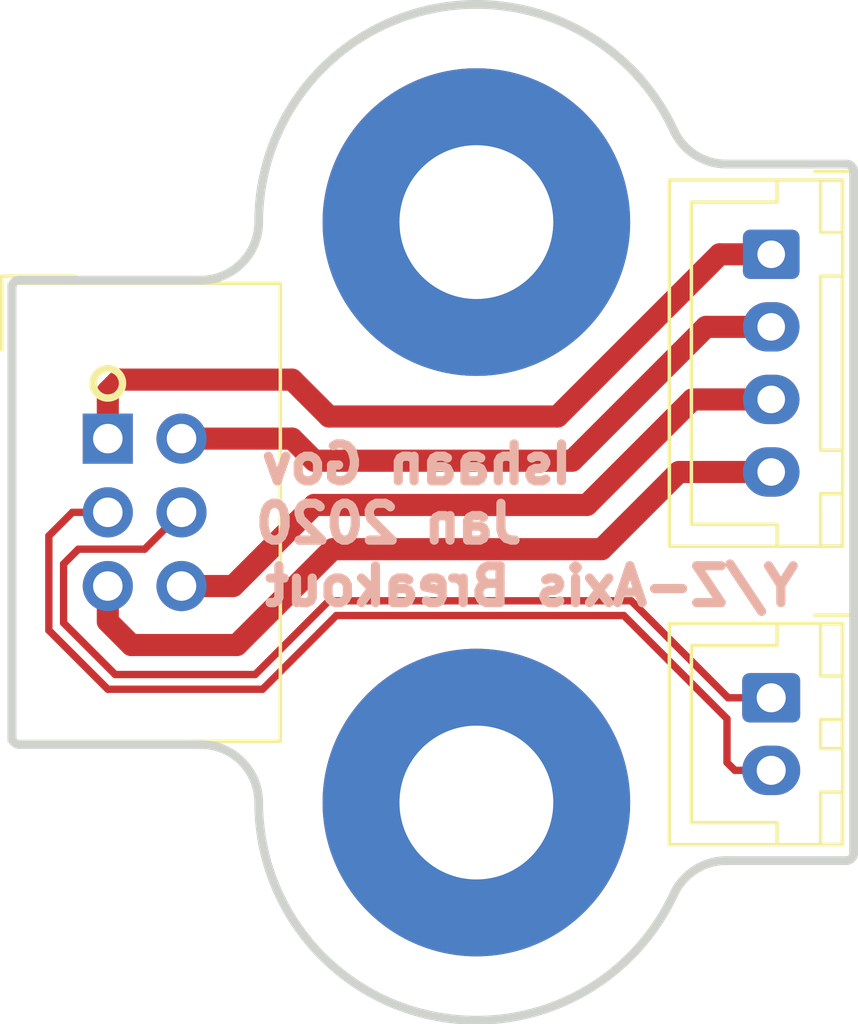
<source format=kicad_pcb>
(kicad_pcb (version 20171130) (host pcbnew "(5.1.4)-1")

  (general
    (thickness 1.6)
    (drawings 19)
    (tracks 45)
    (zones 0)
    (modules 5)
    (nets 7)
  )

  (page A4)
  (layers
    (0 F.Cu signal)
    (31 B.Cu signal)
    (32 B.Adhes user)
    (33 F.Adhes user)
    (34 B.Paste user)
    (35 F.Paste user)
    (36 B.SilkS user)
    (37 F.SilkS user)
    (38 B.Mask user)
    (39 F.Mask user)
    (40 Dwgs.User user)
    (41 Cmts.User user)
    (42 Eco1.User user)
    (43 Eco2.User user)
    (44 Edge.Cuts user)
    (45 Margin user)
    (46 B.CrtYd user)
    (47 F.CrtYd user)
    (48 B.Fab user)
    (49 F.Fab user)
  )

  (setup
    (last_trace_width 0.25)
    (user_trace_width 0.254)
    (user_trace_width 0.3048)
    (user_trace_width 0.381)
    (user_trace_width 0.4572)
    (user_trace_width 0.508)
    (user_trace_width 0.635)
    (user_trace_width 0.762)
    (user_trace_width 1.016)
    (user_trace_width 1.27)
    (trace_clearance 0.2)
    (zone_clearance 0.508)
    (zone_45_only no)
    (trace_min 0.127)
    (via_size 0.8)
    (via_drill 0.4)
    (via_min_size 0.635)
    (via_min_drill 0.3)
    (uvia_size 0.3)
    (uvia_drill 0.1)
    (uvias_allowed no)
    (uvia_min_size 0.2)
    (uvia_min_drill 0.1)
    (edge_width 0.05)
    (segment_width 0.2)
    (pcb_text_width 0.3)
    (pcb_text_size 1.5 1.5)
    (mod_edge_width 0.12)
    (mod_text_size 1 1)
    (mod_text_width 0.15)
    (pad_size 1.524 1.524)
    (pad_drill 0.762)
    (pad_to_mask_clearance 0.0508)
    (solder_mask_min_width 0.0508)
    (aux_axis_origin 145 105)
    (grid_origin 145 105)
    (visible_elements 7FFFFFFF)
    (pcbplotparams
      (layerselection 0x010fc_ffffffff)
      (usegerberextensions false)
      (usegerberattributes false)
      (usegerberadvancedattributes false)
      (creategerberjobfile false)
      (excludeedgelayer true)
      (linewidth 0.100000)
      (plotframeref false)
      (viasonmask false)
      (mode 1)
      (useauxorigin true)
      (hpglpennumber 1)
      (hpglpenspeed 20)
      (hpglpendiameter 15.000000)
      (psnegative false)
      (psa4output false)
      (plotreference false)
      (plotvalue false)
      (plotinvisibletext false)
      (padsonsilk false)
      (subtractmaskfromsilk true)
      (outputformat 1)
      (mirror false)
      (drillshape 0)
      (scaleselection 1)
      (outputdirectory "Y-Z Stop Breakout Gerbers - 3-27-1603/"))
  )

  (net 0 "")
  (net 1 "Net-(J1-Pad6)")
  (net 2 "Net-(J1-Pad5)")
  (net 3 "Net-(J1-Pad4)")
  (net 4 "Net-(J1-Pad3)")
  (net 5 "Net-(J1-Pad2)")
  (net 6 "Net-(J1-Pad1)")

  (net_class Default "This is the default net class."
    (clearance 0.2)
    (trace_width 0.25)
    (via_dia 0.8)
    (via_drill 0.4)
    (uvia_dia 0.3)
    (uvia_drill 0.1)
    (add_net "Net-(J1-Pad1)")
    (add_net "Net-(J1-Pad2)")
    (add_net "Net-(J1-Pad3)")
    (add_net "Net-(J1-Pad4)")
    (add_net "Net-(J1-Pad5)")
    (add_net "Net-(J1-Pad6)")
  )

  (module Connector_JST:JST_XH_B2B-XH-A_1x02_P2.50mm_Vertical (layer F.Cu) (tedit 5C28146C) (tstamp 5E2E28D0)
    (at 155.16 111.39 270)
    (descr "JST XH series connector, B2B-XH-A (http://www.jst-mfg.com/product/pdf/eng/eXH.pdf), generated with kicad-footprint-generator")
    (tags "connector JST XH vertical")
    (path /5E2EA8CC)
    (fp_text reference J3 (at 1.25 -3.55 90) (layer F.SilkS) hide
      (effects (font (size 1 1) (thickness 0.15)))
    )
    (fp_text value Conn_01x02 (at 1.25 4.6 90) (layer F.Fab) hide
      (effects (font (size 1 1) (thickness 0.15)))
    )
    (fp_text user %R (at 1.25 2.7 90) (layer F.Fab) hide
      (effects (font (size 1 1) (thickness 0.15)))
    )
    (fp_line (start -2.85 -2.75) (end -2.85 -1.5) (layer F.SilkS) (width 0.12))
    (fp_line (start -1.6 -2.75) (end -2.85 -2.75) (layer F.SilkS) (width 0.12))
    (fp_line (start 4.3 2.75) (end 1.25 2.75) (layer F.SilkS) (width 0.12))
    (fp_line (start 4.3 -0.2) (end 4.3 2.75) (layer F.SilkS) (width 0.12))
    (fp_line (start 5.05 -0.2) (end 4.3 -0.2) (layer F.SilkS) (width 0.12))
    (fp_line (start -1.8 2.75) (end 1.25 2.75) (layer F.SilkS) (width 0.12))
    (fp_line (start -1.8 -0.2) (end -1.8 2.75) (layer F.SilkS) (width 0.12))
    (fp_line (start -2.55 -0.2) (end -1.8 -0.2) (layer F.SilkS) (width 0.12))
    (fp_line (start 5.05 -2.45) (end 3.25 -2.45) (layer F.SilkS) (width 0.12))
    (fp_line (start 5.05 -1.7) (end 5.05 -2.45) (layer F.SilkS) (width 0.12))
    (fp_line (start 3.25 -1.7) (end 5.05 -1.7) (layer F.SilkS) (width 0.12))
    (fp_line (start 3.25 -2.45) (end 3.25 -1.7) (layer F.SilkS) (width 0.12))
    (fp_line (start -0.75 -2.45) (end -2.55 -2.45) (layer F.SilkS) (width 0.12))
    (fp_line (start -0.75 -1.7) (end -0.75 -2.45) (layer F.SilkS) (width 0.12))
    (fp_line (start -2.55 -1.7) (end -0.75 -1.7) (layer F.SilkS) (width 0.12))
    (fp_line (start -2.55 -2.45) (end -2.55 -1.7) (layer F.SilkS) (width 0.12))
    (fp_line (start 1.75 -2.45) (end 0.75 -2.45) (layer F.SilkS) (width 0.12))
    (fp_line (start 1.75 -1.7) (end 1.75 -2.45) (layer F.SilkS) (width 0.12))
    (fp_line (start 0.75 -1.7) (end 1.75 -1.7) (layer F.SilkS) (width 0.12))
    (fp_line (start 0.75 -2.45) (end 0.75 -1.7) (layer F.SilkS) (width 0.12))
    (fp_line (start 0 -1.35) (end 0.625 -2.35) (layer F.Fab) (width 0.1))
    (fp_line (start -0.625 -2.35) (end 0 -1.35) (layer F.Fab) (width 0.1))
    (fp_line (start 5.45 -2.85) (end -2.95 -2.85) (layer F.CrtYd) (width 0.05))
    (fp_line (start 5.45 3.9) (end 5.45 -2.85) (layer F.CrtYd) (width 0.05))
    (fp_line (start -2.95 3.9) (end 5.45 3.9) (layer F.CrtYd) (width 0.05))
    (fp_line (start -2.95 -2.85) (end -2.95 3.9) (layer F.CrtYd) (width 0.05))
    (fp_line (start 5.06 -2.46) (end -2.56 -2.46) (layer F.SilkS) (width 0.12))
    (fp_line (start 5.06 3.51) (end 5.06 -2.46) (layer F.SilkS) (width 0.12))
    (fp_line (start -2.56 3.51) (end 5.06 3.51) (layer F.SilkS) (width 0.12))
    (fp_line (start -2.56 -2.46) (end -2.56 3.51) (layer F.SilkS) (width 0.12))
    (fp_line (start 4.95 -2.35) (end -2.45 -2.35) (layer F.Fab) (width 0.1))
    (fp_line (start 4.95 3.4) (end 4.95 -2.35) (layer F.Fab) (width 0.1))
    (fp_line (start -2.45 3.4) (end 4.95 3.4) (layer F.Fab) (width 0.1))
    (fp_line (start -2.45 -2.35) (end -2.45 3.4) (layer F.Fab) (width 0.1))
    (pad 2 thru_hole oval (at 2.5 0 270) (size 1.7 2) (drill 1) (layers *.Cu *.Mask)
      (net 4 "Net-(J1-Pad3)"))
    (pad 1 thru_hole roundrect (at 0 0 270) (size 1.7 2) (drill 1) (layers *.Cu *.Mask) (roundrect_rratio 0.147059)
      (net 3 "Net-(J1-Pad4)"))
    (model ${KISYS3DMOD}/Connector_JST.3dshapes/JST_XH_B2B-XH-A_1x02_P2.50mm_Vertical.wrl
      (at (xyz 0 0 0))
      (scale (xyz 1 1 1))
      (rotate (xyz 0 0 0))
    )
  )

  (module Connector_JST:JST_XH_B4B-XH-A_1x04_P2.50mm_Vertical (layer F.Cu) (tedit 5C28146C) (tstamp 5E2E28A7)
    (at 155.16 96.11 270)
    (descr "JST XH series connector, B4B-XH-A (http://www.jst-mfg.com/product/pdf/eng/eXH.pdf), generated with kicad-footprint-generator")
    (tags "connector JST XH vertical")
    (path /5E2E995A)
    (fp_text reference J2 (at 3.75 -3.55 90) (layer F.SilkS) hide
      (effects (font (size 1 1) (thickness 0.15)))
    )
    (fp_text value Conn_01x04 (at 3.75 4.6 90) (layer F.Fab) hide
      (effects (font (size 1 1) (thickness 0.15)))
    )
    (fp_text user %R (at 3.75 2.7 90) (layer F.Fab) hide
      (effects (font (size 1 1) (thickness 0.15)))
    )
    (fp_line (start -2.85 -2.75) (end -2.85 -1.5) (layer F.SilkS) (width 0.12))
    (fp_line (start -1.6 -2.75) (end -2.85 -2.75) (layer F.SilkS) (width 0.12))
    (fp_line (start 9.3 2.75) (end 3.75 2.75) (layer F.SilkS) (width 0.12))
    (fp_line (start 9.3 -0.2) (end 9.3 2.75) (layer F.SilkS) (width 0.12))
    (fp_line (start 10.05 -0.2) (end 9.3 -0.2) (layer F.SilkS) (width 0.12))
    (fp_line (start -1.8 2.75) (end 3.75 2.75) (layer F.SilkS) (width 0.12))
    (fp_line (start -1.8 -0.2) (end -1.8 2.75) (layer F.SilkS) (width 0.12))
    (fp_line (start -2.55 -0.2) (end -1.8 -0.2) (layer F.SilkS) (width 0.12))
    (fp_line (start 10.05 -2.45) (end 8.25 -2.45) (layer F.SilkS) (width 0.12))
    (fp_line (start 10.05 -1.7) (end 10.05 -2.45) (layer F.SilkS) (width 0.12))
    (fp_line (start 8.25 -1.7) (end 10.05 -1.7) (layer F.SilkS) (width 0.12))
    (fp_line (start 8.25 -2.45) (end 8.25 -1.7) (layer F.SilkS) (width 0.12))
    (fp_line (start -0.75 -2.45) (end -2.55 -2.45) (layer F.SilkS) (width 0.12))
    (fp_line (start -0.75 -1.7) (end -0.75 -2.45) (layer F.SilkS) (width 0.12))
    (fp_line (start -2.55 -1.7) (end -0.75 -1.7) (layer F.SilkS) (width 0.12))
    (fp_line (start -2.55 -2.45) (end -2.55 -1.7) (layer F.SilkS) (width 0.12))
    (fp_line (start 6.75 -2.45) (end 0.75 -2.45) (layer F.SilkS) (width 0.12))
    (fp_line (start 6.75 -1.7) (end 6.75 -2.45) (layer F.SilkS) (width 0.12))
    (fp_line (start 0.75 -1.7) (end 6.75 -1.7) (layer F.SilkS) (width 0.12))
    (fp_line (start 0.75 -2.45) (end 0.75 -1.7) (layer F.SilkS) (width 0.12))
    (fp_line (start 0 -1.35) (end 0.625 -2.35) (layer F.Fab) (width 0.1))
    (fp_line (start -0.625 -2.35) (end 0 -1.35) (layer F.Fab) (width 0.1))
    (fp_line (start 10.45 -2.85) (end -2.95 -2.85) (layer F.CrtYd) (width 0.05))
    (fp_line (start 10.45 3.9) (end 10.45 -2.85) (layer F.CrtYd) (width 0.05))
    (fp_line (start -2.95 3.9) (end 10.45 3.9) (layer F.CrtYd) (width 0.05))
    (fp_line (start -2.95 -2.85) (end -2.95 3.9) (layer F.CrtYd) (width 0.05))
    (fp_line (start 10.06 -2.46) (end -2.56 -2.46) (layer F.SilkS) (width 0.12))
    (fp_line (start 10.06 3.51) (end 10.06 -2.46) (layer F.SilkS) (width 0.12))
    (fp_line (start -2.56 3.51) (end 10.06 3.51) (layer F.SilkS) (width 0.12))
    (fp_line (start -2.56 -2.46) (end -2.56 3.51) (layer F.SilkS) (width 0.12))
    (fp_line (start 9.95 -2.35) (end -2.45 -2.35) (layer F.Fab) (width 0.1))
    (fp_line (start 9.95 3.4) (end 9.95 -2.35) (layer F.Fab) (width 0.1))
    (fp_line (start -2.45 3.4) (end 9.95 3.4) (layer F.Fab) (width 0.1))
    (fp_line (start -2.45 -2.35) (end -2.45 3.4) (layer F.Fab) (width 0.1))
    (pad 4 thru_hole oval (at 7.5 0 270) (size 1.7 1.95) (drill 0.95) (layers *.Cu *.Mask)
      (net 2 "Net-(J1-Pad5)"))
    (pad 3 thru_hole oval (at 5 0 270) (size 1.7 1.95) (drill 0.95) (layers *.Cu *.Mask)
      (net 1 "Net-(J1-Pad6)"))
    (pad 2 thru_hole oval (at 2.5 0 270) (size 1.7 1.95) (drill 0.95) (layers *.Cu *.Mask)
      (net 5 "Net-(J1-Pad2)"))
    (pad 1 thru_hole roundrect (at 0 0 270) (size 1.7 1.95) (drill 0.95) (layers *.Cu *.Mask) (roundrect_rratio 0.147059)
      (net 6 "Net-(J1-Pad1)"))
    (model ${KISYS3DMOD}/Connector_JST.3dshapes/JST_XH_B4B-XH-A_1x04_P2.50mm_Vertical.wrl
      (at (xyz 0 0 0))
      (scale (xyz 1 1 1))
      (rotate (xyz 0 0 0))
    )
  )

  (module Connector_IDC:IDC-Header_2x03_P2.54mm_Vertical (layer F.Cu) (tedit 59DE0819) (tstamp 5E2E287C)
    (at 132.3 102.46)
    (descr "Through hole straight IDC box header, 2x03, 2.54mm pitch, double rows")
    (tags "Through hole IDC box header THT 2x03 2.54mm double row")
    (path /5E2E924A)
    (fp_text reference J1 (at 1.27 -6.604) (layer F.SilkS) hide
      (effects (font (size 1 1) (thickness 0.15)))
    )
    (fp_text value Conn_02x03_Odd_Even (at 1.27 11.684) (layer F.Fab) hide
      (effects (font (size 1 1) (thickness 0.15)))
    )
    (fp_line (start -3.655 -5.6) (end -1.115 -5.6) (layer F.SilkS) (width 0.12))
    (fp_line (start -3.655 -5.6) (end -3.655 -3.06) (layer F.SilkS) (width 0.12))
    (fp_line (start -3.405 -5.35) (end 5.945 -5.35) (layer F.SilkS) (width 0.12))
    (fp_line (start -3.405 10.43) (end -3.405 -5.35) (layer F.SilkS) (width 0.12))
    (fp_line (start 5.945 10.43) (end -3.405 10.43) (layer F.SilkS) (width 0.12))
    (fp_line (start 5.945 -5.35) (end 5.945 10.43) (layer F.SilkS) (width 0.12))
    (fp_line (start -3.41 -5.35) (end 5.95 -5.35) (layer F.CrtYd) (width 0.05))
    (fp_line (start -3.41 10.43) (end -3.41 -5.35) (layer F.CrtYd) (width 0.05))
    (fp_line (start 5.95 10.43) (end -3.41 10.43) (layer F.CrtYd) (width 0.05))
    (fp_line (start 5.95 -5.35) (end 5.95 10.43) (layer F.CrtYd) (width 0.05))
    (fp_line (start -3.155 10.18) (end -2.605 9.62) (layer F.Fab) (width 0.1))
    (fp_line (start -3.155 -5.1) (end -2.605 -4.56) (layer F.Fab) (width 0.1))
    (fp_line (start 5.695 10.18) (end 5.145 9.62) (layer F.Fab) (width 0.1))
    (fp_line (start 5.695 -5.1) (end 5.145 -4.56) (layer F.Fab) (width 0.1))
    (fp_line (start 5.145 9.62) (end -2.605 9.62) (layer F.Fab) (width 0.1))
    (fp_line (start 5.695 10.18) (end -3.155 10.18) (layer F.Fab) (width 0.1))
    (fp_line (start 5.145 -4.56) (end -2.605 -4.56) (layer F.Fab) (width 0.1))
    (fp_line (start 5.695 -5.1) (end -3.155 -5.1) (layer F.Fab) (width 0.1))
    (fp_line (start -2.605 4.79) (end -3.155 4.79) (layer F.Fab) (width 0.1))
    (fp_line (start -2.605 0.29) (end -3.155 0.29) (layer F.Fab) (width 0.1))
    (fp_line (start -2.605 4.79) (end -2.605 9.62) (layer F.Fab) (width 0.1))
    (fp_line (start -2.605 -4.56) (end -2.605 0.29) (layer F.Fab) (width 0.1))
    (fp_line (start -3.155 -5.1) (end -3.155 10.18) (layer F.Fab) (width 0.1))
    (fp_line (start 5.145 -4.56) (end 5.145 9.62) (layer F.Fab) (width 0.1))
    (fp_line (start 5.695 -5.1) (end 5.695 10.18) (layer F.Fab) (width 0.1))
    (fp_text user %R (at 1.27 2.54) (layer F.Fab) hide
      (effects (font (size 1 1) (thickness 0.15)))
    )
    (pad 6 thru_hole oval (at 2.54 5.08) (size 1.7272 1.7272) (drill 1.016) (layers *.Cu *.Mask)
      (net 1 "Net-(J1-Pad6)"))
    (pad 5 thru_hole oval (at 0 5.08) (size 1.7272 1.7272) (drill 1.016) (layers *.Cu *.Mask)
      (net 2 "Net-(J1-Pad5)"))
    (pad 4 thru_hole oval (at 2.54 2.54) (size 1.7272 1.7272) (drill 1.016) (layers *.Cu *.Mask)
      (net 3 "Net-(J1-Pad4)"))
    (pad 3 thru_hole oval (at 0 2.54) (size 1.7272 1.7272) (drill 1.016) (layers *.Cu *.Mask)
      (net 4 "Net-(J1-Pad3)"))
    (pad 2 thru_hole oval (at 2.54 0) (size 1.7272 1.7272) (drill 1.016) (layers *.Cu *.Mask)
      (net 5 "Net-(J1-Pad2)"))
    (pad 1 thru_hole rect (at 0 0) (size 1.7272 1.7272) (drill 1.016) (layers *.Cu *.Mask)
      (net 6 "Net-(J1-Pad1)"))
    (model ${KISYS3DMOD}/Connector_IDC.3dshapes/IDC-Header_2x03_P2.54mm_Vertical.wrl
      (at (xyz 0 0 0))
      (scale (xyz 1 1 1))
      (rotate (xyz 0 0 0))
    )
  )

  (module MountingHole:MountingHole_5.3mm_M5_Pad (layer F.Cu) (tedit 56D1B4CB) (tstamp 5E2E2858)
    (at 145 95)
    (descr "Mounting Hole 5.3mm, M5")
    (tags "mounting hole 5.3mm m5")
    (path /5E2ED84F)
    (attr virtual)
    (fp_text reference H2 (at 0 -6.3) (layer F.SilkS) hide
      (effects (font (size 1 1) (thickness 0.15)))
    )
    (fp_text value MountingHole (at 0 6.3) (layer F.Fab) hide
      (effects (font (size 1 1) (thickness 0.15)))
    )
    (fp_circle (center 0 0) (end 5.55 0) (layer F.CrtYd) (width 0.05))
    (fp_circle (center 0 0) (end 5.3 0) (layer Cmts.User) (width 0.15))
    (fp_text user %R (at 0.3 0) (layer F.Fab) hide
      (effects (font (size 1 1) (thickness 0.15)))
    )
    (pad 1 thru_hole circle (at 0 0) (size 10.6 10.6) (drill 5.3) (layers *.Cu *.Mask))
  )

  (module MountingHole:MountingHole_5.3mm_M5_Pad (layer F.Cu) (tedit 56D1B4CB) (tstamp 5E2E2850)
    (at 145 115)
    (descr "Mounting Hole 5.3mm, M5")
    (tags "mounting hole 5.3mm m5")
    (path /5E2EDED7)
    (attr virtual)
    (fp_text reference H1 (at 0 -6.3) (layer F.SilkS) hide
      (effects (font (size 1 1) (thickness 0.15)))
    )
    (fp_text value MountingHole (at 0 6.3) (layer F.Fab) hide
      (effects (font (size 1 1) (thickness 0.15)))
    )
    (fp_circle (center 0 0) (end 5.55 0) (layer F.CrtYd) (width 0.05))
    (fp_circle (center 0 0) (end 5.3 0) (layer Cmts.User) (width 0.15))
    (fp_text user %R (at 0.3 0) (layer F.Fab) hide
      (effects (font (size 1 1) (thickness 0.15)))
    )
    (pad 1 thru_hole circle (at 0 0) (size 10.6 10.6) (drill 5.3) (layers *.Cu *.Mask))
  )

  (gr_text "Ishaan Gov \n Jan 2020" (at 142.46 104.365) (layer B.SilkS)
    (effects (font (size 1.27 1.27) (thickness 0.3175)) (justify mirror))
  )
  (gr_text "Y/Z-Axis Breakout" (at 146.905 107.54) (layer B.SilkS) (tstamp 5E35BEFF)
    (effects (font (size 1.27 1.27) (thickness 0.3175)) (justify mirror))
  )
  (gr_circle (center 132.3 100.555) (end 132.808 100.555) (layer F.SilkS) (width 0.254))
  (gr_line (start 158 93.25) (end 158 116.75) (layer Edge.Cuts) (width 0.304799))
  (gr_arc (start 157.75 116.75) (end 157.75 117) (angle -90) (layer Edge.Cuts) (width 0.304799))
  (gr_arc (start 157.749999 93.25) (end 158 93.25) (angle -90) (layer Edge.Cuts) (width 0.304799))
  (gr_line (start 157.75 117) (end 153.616843 117) (layer Edge.Cuts) (width 0.304799))
  (gr_arc (start 153.616843 118.999999) (end 153.616843 117) (angle -65.09893763) (layer Edge.Cuts) (width 0.304799))
  (gr_arc (start 129.250001 97.25) (end 129.25 97.000001) (angle -90) (layer Edge.Cuts) (width 0.304799))
  (gr_line (start 153.616843 93) (end 157.749999 93) (layer Edge.Cuts) (width 0.304799))
  (gr_arc (start 145 95) (end 151.802771 91.842106) (angle -155.0989376) (layer Edge.Cuts) (width 0.304799))
  (gr_arc (start 135.500001 95.000001) (end 135.5 97.000001) (angle -90) (layer Edge.Cuts) (width 0.304799))
  (gr_arc (start 145 115) (end 137.5 115) (angle -155.0989376) (layer Edge.Cuts) (width 0.304799))
  (gr_line (start 129.25 97.000001) (end 135.5 97.000001) (layer Edge.Cuts) (width 0.304799))
  (gr_arc (start 135.5 115) (end 137.5 115) (angle -90) (layer Edge.Cuts) (width 0.304799))
  (gr_line (start 129.000001 112.75) (end 129.000001 97.250001) (layer Edge.Cuts) (width 0.304799))
  (gr_arc (start 129.250001 112.75) (end 129.000001 112.75) (angle -90) (layer Edge.Cuts) (width 0.304799))
  (gr_arc (start 153.616843 91) (end 151.802771 91.842106) (angle -65.09893763) (layer Edge.Cuts) (width 0.304799))
  (gr_line (start 135.5 113) (end 129.25 113) (layer Edge.Cuts) (width 0.304799))

  (segment (start 152.446 101.11) (end 155.16 101.11) (width 0.762) (layer F.Cu) (net 1))
  (segment (start 148.81 104.746) (end 152.446 101.11) (width 0.762) (layer F.Cu) (net 1))
  (segment (start 139.412 104.746) (end 148.81 104.746) (width 0.762) (layer F.Cu) (net 1))
  (segment (start 134.84 107.54) (end 136.618 107.54) (width 0.762) (layer F.Cu) (net 1))
  (segment (start 136.618 107.54) (end 139.412 104.746) (width 0.762) (layer F.Cu) (net 1))
  (segment (start 132.3 108.761314) (end 133.110686 109.572) (width 0.762) (layer F.Cu) (net 2))
  (segment (start 132.3 107.54) (end 132.3 108.761314) (width 0.762) (layer F.Cu) (net 2))
  (segment (start 133.110686 109.572) (end 136.745 109.572) (width 0.762) (layer F.Cu) (net 2))
  (segment (start 136.745 109.572) (end 140.047 106.27) (width 0.762) (layer F.Cu) (net 2))
  (segment (start 140.047 106.27) (end 149.318 106.27) (width 0.762) (layer F.Cu) (net 2))
  (segment (start 151.978 103.61) (end 155.16 103.61) (width 0.762) (layer F.Cu) (net 2))
  (segment (start 149.318 106.27) (end 151.978 103.61) (width 0.762) (layer F.Cu) (net 2))
  (segment (start 150.334 108.048) (end 153.676 111.39) (width 0.254) (layer F.Cu) (net 3))
  (segment (start 139.92 108.048) (end 150.334 108.048) (width 0.254) (layer F.Cu) (net 3))
  (segment (start 133.57 106.27) (end 131.284 106.27) (width 0.254) (layer F.Cu) (net 3))
  (segment (start 134.84 105) (end 133.57 106.27) (width 0.254) (layer F.Cu) (net 3))
  (segment (start 131.284 106.27) (end 130.776 106.778) (width 0.254) (layer F.Cu) (net 3))
  (segment (start 130.776 106.778) (end 130.776 108.81) (width 0.254) (layer F.Cu) (net 3))
  (segment (start 137.38 110.588) (end 139.92 108.048) (width 0.254) (layer F.Cu) (net 3))
  (segment (start 130.776 108.81) (end 132.554 110.588) (width 0.254) (layer F.Cu) (net 3))
  (segment (start 153.676 111.39) (end 155.16 111.39) (width 0.254) (layer F.Cu) (net 3))
  (segment (start 132.554 110.588) (end 137.38 110.588) (width 0.254) (layer F.Cu) (net 3))
  (segment (start 153.906 113.89) (end 155.16 113.89) (width 0.254) (layer F.Cu) (net 4))
  (segment (start 153.636 113.62) (end 153.906 113.89) (width 0.254) (layer F.Cu) (net 4))
  (segment (start 140.174 108.556) (end 150.08 108.556) (width 0.254) (layer F.Cu) (net 4))
  (segment (start 150.08 108.556) (end 153.636 112.112) (width 0.254) (layer F.Cu) (net 4))
  (segment (start 132.3 105) (end 131.078686 105) (width 0.254) (layer F.Cu) (net 4))
  (segment (start 153.636 112.112) (end 153.636 113.62) (width 0.254) (layer F.Cu) (net 4))
  (segment (start 130.268 105.810686) (end 130.268 109.064) (width 0.254) (layer F.Cu) (net 4))
  (segment (start 130.268 109.064) (end 132.3 111.096) (width 0.254) (layer F.Cu) (net 4))
  (segment (start 131.078686 105) (end 130.268 105.810686) (width 0.254) (layer F.Cu) (net 4))
  (segment (start 132.3 111.096) (end 137.634 111.096) (width 0.254) (layer F.Cu) (net 4))
  (segment (start 137.634 111.096) (end 140.174 108.556) (width 0.254) (layer F.Cu) (net 4))
  (segment (start 152.914 98.61) (end 155.16 98.61) (width 0.762) (layer F.Cu) (net 5))
  (segment (start 148.302 103.222) (end 152.914 98.61) (width 0.762) (layer F.Cu) (net 5))
  (segment (start 139.412 103.222) (end 148.302 103.222) (width 0.762) (layer F.Cu) (net 5))
  (segment (start 134.84 102.46) (end 138.65 102.46) (width 0.762) (layer F.Cu) (net 5))
  (segment (start 138.65 102.46) (end 139.412 103.222) (width 0.762) (layer F.Cu) (net 5))
  (segment (start 153.382 96.11) (end 155.16 96.11) (width 0.762) (layer F.Cu) (net 6))
  (segment (start 132.3 100.8344) (end 132.7064 100.428) (width 0.762) (layer F.Cu) (net 6))
  (segment (start 132.3 102.46) (end 132.3 100.8344) (width 0.762) (layer F.Cu) (net 6))
  (segment (start 132.7064 100.428) (end 138.65 100.428) (width 0.762) (layer F.Cu) (net 6))
  (segment (start 138.65 100.428) (end 139.92 101.698) (width 0.762) (layer F.Cu) (net 6))
  (segment (start 139.92 101.698) (end 147.794 101.698) (width 0.762) (layer F.Cu) (net 6))
  (segment (start 147.794 101.698) (end 153.382 96.11) (width 0.762) (layer F.Cu) (net 6))

)

</source>
